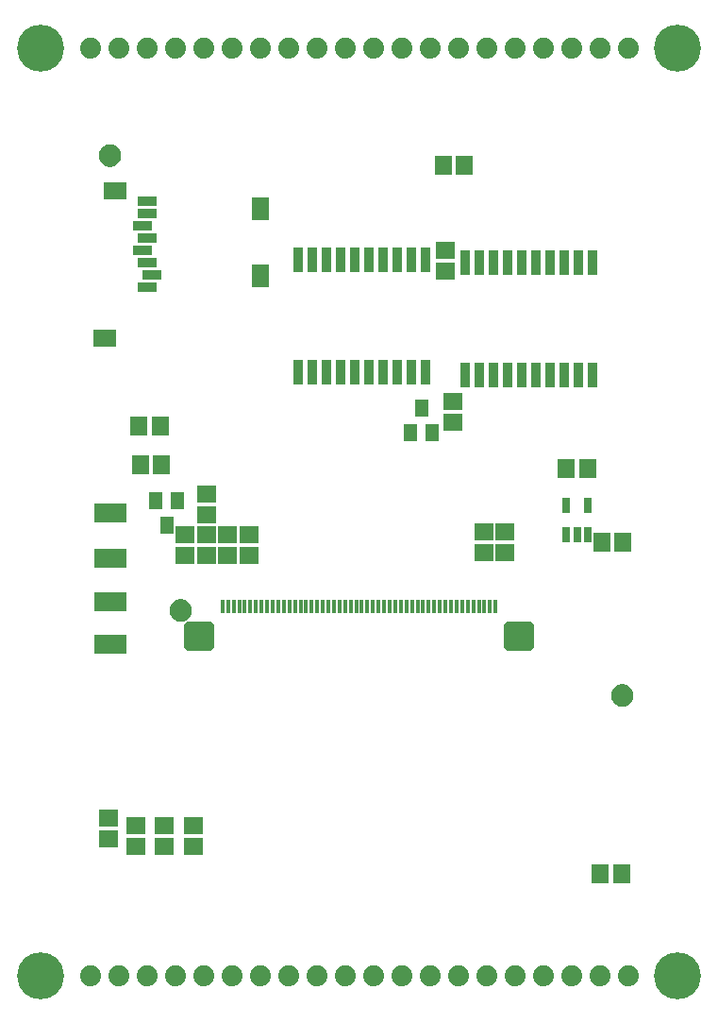
<source format=gbr>
G04 EAGLE Gerber RS-274X export*
G75*
%MOMM*%
%FSLAX34Y34*%
%LPD*%
%INSoldermask Top*%
%IPPOS*%
%AMOC8*
5,1,8,0,0,1.08239X$1,22.5*%
G01*
%ADD10R,1.703200X1.503200*%
%ADD11R,1.203200X1.603200*%
%ADD12R,1.503200X1.703200*%
%ADD13R,0.863600X2.235200*%
%ADD14R,0.753200X1.403200*%
%ADD15C,1.203200*%
%ADD16C,0.500000*%
%ADD17C,4.219200*%
%ADD18C,1.879600*%
%ADD19R,2.103200X1.603200*%
%ADD20R,1.603200X2.003200*%
%ADD21R,1.703200X0.903200*%
%ADD22R,2.921000X1.651000*%
%ADD23C,0.806991*%
%ADD24R,0.300000X1.300000*%


D10*
X-137160Y-10820D03*
X-137160Y-29820D03*
X-118110Y-10820D03*
X-118110Y-29820D03*
X-99060Y-10820D03*
X-99060Y-29820D03*
X111760Y-8280D03*
X111760Y-27280D03*
D11*
X-172720Y-2110D03*
X-182220Y19890D03*
X-163220Y19890D03*
D12*
X-196190Y52070D03*
X-177190Y52070D03*
D13*
X59690Y235712D03*
X46990Y235712D03*
X34290Y235712D03*
X21590Y235712D03*
X8890Y235712D03*
X-3810Y235712D03*
X-16510Y235712D03*
X-29210Y235712D03*
X-29210Y135128D03*
X-16510Y135128D03*
X-3810Y135128D03*
X8890Y135128D03*
X21590Y135128D03*
X34290Y135128D03*
X46990Y135128D03*
X59690Y135128D03*
X-41910Y235712D03*
X-54610Y235712D03*
X-41910Y135128D03*
X-54610Y135128D03*
X209550Y233172D03*
X196850Y233172D03*
X184150Y233172D03*
X171450Y233172D03*
X158750Y233172D03*
X146050Y233172D03*
X133350Y233172D03*
X120650Y233172D03*
X120650Y132588D03*
X133350Y132588D03*
X146050Y132588D03*
X158750Y132588D03*
X171450Y132588D03*
X184150Y132588D03*
X196850Y132588D03*
X209550Y132588D03*
X107950Y233172D03*
X95250Y233172D03*
X107950Y132588D03*
X95250Y132588D03*
D14*
X186080Y-10460D03*
X195580Y-10460D03*
X205080Y-10460D03*
X205080Y15540D03*
X186080Y15540D03*
D15*
X236220Y-154940D03*
D16*
X236220Y-147440D02*
X236039Y-147442D01*
X235858Y-147449D01*
X235677Y-147460D01*
X235496Y-147475D01*
X235316Y-147495D01*
X235136Y-147519D01*
X234957Y-147547D01*
X234779Y-147580D01*
X234602Y-147617D01*
X234425Y-147658D01*
X234250Y-147703D01*
X234075Y-147753D01*
X233902Y-147807D01*
X233731Y-147865D01*
X233560Y-147927D01*
X233392Y-147994D01*
X233225Y-148064D01*
X233059Y-148138D01*
X232896Y-148217D01*
X232735Y-148299D01*
X232575Y-148385D01*
X232418Y-148475D01*
X232263Y-148569D01*
X232110Y-148666D01*
X231960Y-148768D01*
X231812Y-148872D01*
X231666Y-148981D01*
X231524Y-149092D01*
X231384Y-149208D01*
X231247Y-149326D01*
X231112Y-149448D01*
X230981Y-149573D01*
X230853Y-149701D01*
X230728Y-149832D01*
X230606Y-149967D01*
X230488Y-150104D01*
X230372Y-150244D01*
X230261Y-150386D01*
X230152Y-150532D01*
X230048Y-150680D01*
X229946Y-150830D01*
X229849Y-150983D01*
X229755Y-151138D01*
X229665Y-151295D01*
X229579Y-151455D01*
X229497Y-151616D01*
X229418Y-151779D01*
X229344Y-151945D01*
X229274Y-152112D01*
X229207Y-152280D01*
X229145Y-152451D01*
X229087Y-152622D01*
X229033Y-152795D01*
X228983Y-152970D01*
X228938Y-153145D01*
X228897Y-153322D01*
X228860Y-153499D01*
X228827Y-153677D01*
X228799Y-153856D01*
X228775Y-154036D01*
X228755Y-154216D01*
X228740Y-154397D01*
X228729Y-154578D01*
X228722Y-154759D01*
X228720Y-154940D01*
X236220Y-147440D02*
X236401Y-147442D01*
X236582Y-147449D01*
X236763Y-147460D01*
X236944Y-147475D01*
X237124Y-147495D01*
X237304Y-147519D01*
X237483Y-147547D01*
X237661Y-147580D01*
X237838Y-147617D01*
X238015Y-147658D01*
X238190Y-147703D01*
X238365Y-147753D01*
X238538Y-147807D01*
X238709Y-147865D01*
X238880Y-147927D01*
X239048Y-147994D01*
X239215Y-148064D01*
X239381Y-148138D01*
X239544Y-148217D01*
X239705Y-148299D01*
X239865Y-148385D01*
X240022Y-148475D01*
X240177Y-148569D01*
X240330Y-148666D01*
X240480Y-148768D01*
X240628Y-148872D01*
X240774Y-148981D01*
X240916Y-149092D01*
X241056Y-149208D01*
X241193Y-149326D01*
X241328Y-149448D01*
X241459Y-149573D01*
X241587Y-149701D01*
X241712Y-149832D01*
X241834Y-149967D01*
X241952Y-150104D01*
X242068Y-150244D01*
X242179Y-150386D01*
X242288Y-150532D01*
X242392Y-150680D01*
X242494Y-150830D01*
X242591Y-150983D01*
X242685Y-151138D01*
X242775Y-151295D01*
X242861Y-151455D01*
X242943Y-151616D01*
X243022Y-151779D01*
X243096Y-151945D01*
X243166Y-152112D01*
X243233Y-152280D01*
X243295Y-152451D01*
X243353Y-152622D01*
X243407Y-152795D01*
X243457Y-152970D01*
X243502Y-153145D01*
X243543Y-153322D01*
X243580Y-153499D01*
X243613Y-153677D01*
X243641Y-153856D01*
X243665Y-154036D01*
X243685Y-154216D01*
X243700Y-154397D01*
X243711Y-154578D01*
X243718Y-154759D01*
X243720Y-154940D01*
X243718Y-155121D01*
X243711Y-155302D01*
X243700Y-155483D01*
X243685Y-155664D01*
X243665Y-155844D01*
X243641Y-156024D01*
X243613Y-156203D01*
X243580Y-156381D01*
X243543Y-156558D01*
X243502Y-156735D01*
X243457Y-156910D01*
X243407Y-157085D01*
X243353Y-157258D01*
X243295Y-157429D01*
X243233Y-157600D01*
X243166Y-157768D01*
X243096Y-157935D01*
X243022Y-158101D01*
X242943Y-158264D01*
X242861Y-158425D01*
X242775Y-158585D01*
X242685Y-158742D01*
X242591Y-158897D01*
X242494Y-159050D01*
X242392Y-159200D01*
X242288Y-159348D01*
X242179Y-159494D01*
X242068Y-159636D01*
X241952Y-159776D01*
X241834Y-159913D01*
X241712Y-160048D01*
X241587Y-160179D01*
X241459Y-160307D01*
X241328Y-160432D01*
X241193Y-160554D01*
X241056Y-160672D01*
X240916Y-160788D01*
X240774Y-160899D01*
X240628Y-161008D01*
X240480Y-161112D01*
X240330Y-161214D01*
X240177Y-161311D01*
X240022Y-161405D01*
X239865Y-161495D01*
X239705Y-161581D01*
X239544Y-161663D01*
X239381Y-161742D01*
X239215Y-161816D01*
X239048Y-161886D01*
X238880Y-161953D01*
X238709Y-162015D01*
X238538Y-162073D01*
X238365Y-162127D01*
X238190Y-162177D01*
X238015Y-162222D01*
X237838Y-162263D01*
X237661Y-162300D01*
X237483Y-162333D01*
X237304Y-162361D01*
X237124Y-162385D01*
X236944Y-162405D01*
X236763Y-162420D01*
X236582Y-162431D01*
X236401Y-162438D01*
X236220Y-162440D01*
X236039Y-162438D01*
X235858Y-162431D01*
X235677Y-162420D01*
X235496Y-162405D01*
X235316Y-162385D01*
X235136Y-162361D01*
X234957Y-162333D01*
X234779Y-162300D01*
X234602Y-162263D01*
X234425Y-162222D01*
X234250Y-162177D01*
X234075Y-162127D01*
X233902Y-162073D01*
X233731Y-162015D01*
X233560Y-161953D01*
X233392Y-161886D01*
X233225Y-161816D01*
X233059Y-161742D01*
X232896Y-161663D01*
X232735Y-161581D01*
X232575Y-161495D01*
X232418Y-161405D01*
X232263Y-161311D01*
X232110Y-161214D01*
X231960Y-161112D01*
X231812Y-161008D01*
X231666Y-160899D01*
X231524Y-160788D01*
X231384Y-160672D01*
X231247Y-160554D01*
X231112Y-160432D01*
X230981Y-160307D01*
X230853Y-160179D01*
X230728Y-160048D01*
X230606Y-159913D01*
X230488Y-159776D01*
X230372Y-159636D01*
X230261Y-159494D01*
X230152Y-159348D01*
X230048Y-159200D01*
X229946Y-159050D01*
X229849Y-158897D01*
X229755Y-158742D01*
X229665Y-158585D01*
X229579Y-158425D01*
X229497Y-158264D01*
X229418Y-158101D01*
X229344Y-157935D01*
X229274Y-157768D01*
X229207Y-157600D01*
X229145Y-157429D01*
X229087Y-157258D01*
X229033Y-157085D01*
X228983Y-156910D01*
X228938Y-156735D01*
X228897Y-156558D01*
X228860Y-156381D01*
X228827Y-156203D01*
X228799Y-156024D01*
X228775Y-155844D01*
X228755Y-155664D01*
X228740Y-155483D01*
X228729Y-155302D01*
X228722Y-155121D01*
X228720Y-154940D01*
D15*
X-223520Y328930D03*
D16*
X-223520Y336430D02*
X-223701Y336428D01*
X-223882Y336421D01*
X-224063Y336410D01*
X-224244Y336395D01*
X-224424Y336375D01*
X-224604Y336351D01*
X-224783Y336323D01*
X-224961Y336290D01*
X-225138Y336253D01*
X-225315Y336212D01*
X-225490Y336167D01*
X-225665Y336117D01*
X-225838Y336063D01*
X-226009Y336005D01*
X-226180Y335943D01*
X-226348Y335876D01*
X-226515Y335806D01*
X-226681Y335732D01*
X-226844Y335653D01*
X-227005Y335571D01*
X-227165Y335485D01*
X-227322Y335395D01*
X-227477Y335301D01*
X-227630Y335204D01*
X-227780Y335102D01*
X-227928Y334998D01*
X-228074Y334889D01*
X-228216Y334778D01*
X-228356Y334662D01*
X-228493Y334544D01*
X-228628Y334422D01*
X-228759Y334297D01*
X-228887Y334169D01*
X-229012Y334038D01*
X-229134Y333903D01*
X-229252Y333766D01*
X-229368Y333626D01*
X-229479Y333484D01*
X-229588Y333338D01*
X-229692Y333190D01*
X-229794Y333040D01*
X-229891Y332887D01*
X-229985Y332732D01*
X-230075Y332575D01*
X-230161Y332415D01*
X-230243Y332254D01*
X-230322Y332091D01*
X-230396Y331925D01*
X-230466Y331758D01*
X-230533Y331590D01*
X-230595Y331419D01*
X-230653Y331248D01*
X-230707Y331075D01*
X-230757Y330900D01*
X-230802Y330725D01*
X-230843Y330548D01*
X-230880Y330371D01*
X-230913Y330193D01*
X-230941Y330014D01*
X-230965Y329834D01*
X-230985Y329654D01*
X-231000Y329473D01*
X-231011Y329292D01*
X-231018Y329111D01*
X-231020Y328930D01*
X-223520Y336430D02*
X-223339Y336428D01*
X-223158Y336421D01*
X-222977Y336410D01*
X-222796Y336395D01*
X-222616Y336375D01*
X-222436Y336351D01*
X-222257Y336323D01*
X-222079Y336290D01*
X-221902Y336253D01*
X-221725Y336212D01*
X-221550Y336167D01*
X-221375Y336117D01*
X-221202Y336063D01*
X-221031Y336005D01*
X-220860Y335943D01*
X-220692Y335876D01*
X-220525Y335806D01*
X-220359Y335732D01*
X-220196Y335653D01*
X-220035Y335571D01*
X-219875Y335485D01*
X-219718Y335395D01*
X-219563Y335301D01*
X-219410Y335204D01*
X-219260Y335102D01*
X-219112Y334998D01*
X-218966Y334889D01*
X-218824Y334778D01*
X-218684Y334662D01*
X-218547Y334544D01*
X-218412Y334422D01*
X-218281Y334297D01*
X-218153Y334169D01*
X-218028Y334038D01*
X-217906Y333903D01*
X-217788Y333766D01*
X-217672Y333626D01*
X-217561Y333484D01*
X-217452Y333338D01*
X-217348Y333190D01*
X-217246Y333040D01*
X-217149Y332887D01*
X-217055Y332732D01*
X-216965Y332575D01*
X-216879Y332415D01*
X-216797Y332254D01*
X-216718Y332091D01*
X-216644Y331925D01*
X-216574Y331758D01*
X-216507Y331590D01*
X-216445Y331419D01*
X-216387Y331248D01*
X-216333Y331075D01*
X-216283Y330900D01*
X-216238Y330725D01*
X-216197Y330548D01*
X-216160Y330371D01*
X-216127Y330193D01*
X-216099Y330014D01*
X-216075Y329834D01*
X-216055Y329654D01*
X-216040Y329473D01*
X-216029Y329292D01*
X-216022Y329111D01*
X-216020Y328930D01*
X-216022Y328749D01*
X-216029Y328568D01*
X-216040Y328387D01*
X-216055Y328206D01*
X-216075Y328026D01*
X-216099Y327846D01*
X-216127Y327667D01*
X-216160Y327489D01*
X-216197Y327312D01*
X-216238Y327135D01*
X-216283Y326960D01*
X-216333Y326785D01*
X-216387Y326612D01*
X-216445Y326441D01*
X-216507Y326270D01*
X-216574Y326102D01*
X-216644Y325935D01*
X-216718Y325769D01*
X-216797Y325606D01*
X-216879Y325445D01*
X-216965Y325285D01*
X-217055Y325128D01*
X-217149Y324973D01*
X-217246Y324820D01*
X-217348Y324670D01*
X-217452Y324522D01*
X-217561Y324376D01*
X-217672Y324234D01*
X-217788Y324094D01*
X-217906Y323957D01*
X-218028Y323822D01*
X-218153Y323691D01*
X-218281Y323563D01*
X-218412Y323438D01*
X-218547Y323316D01*
X-218684Y323198D01*
X-218824Y323082D01*
X-218966Y322971D01*
X-219112Y322862D01*
X-219260Y322758D01*
X-219410Y322656D01*
X-219563Y322559D01*
X-219718Y322465D01*
X-219875Y322375D01*
X-220035Y322289D01*
X-220196Y322207D01*
X-220359Y322128D01*
X-220525Y322054D01*
X-220692Y321984D01*
X-220860Y321917D01*
X-221031Y321855D01*
X-221202Y321797D01*
X-221375Y321743D01*
X-221550Y321693D01*
X-221725Y321648D01*
X-221902Y321607D01*
X-222079Y321570D01*
X-222257Y321537D01*
X-222436Y321509D01*
X-222616Y321485D01*
X-222796Y321465D01*
X-222977Y321450D01*
X-223158Y321439D01*
X-223339Y321432D01*
X-223520Y321430D01*
X-223701Y321432D01*
X-223882Y321439D01*
X-224063Y321450D01*
X-224244Y321465D01*
X-224424Y321485D01*
X-224604Y321509D01*
X-224783Y321537D01*
X-224961Y321570D01*
X-225138Y321607D01*
X-225315Y321648D01*
X-225490Y321693D01*
X-225665Y321743D01*
X-225838Y321797D01*
X-226009Y321855D01*
X-226180Y321917D01*
X-226348Y321984D01*
X-226515Y322054D01*
X-226681Y322128D01*
X-226844Y322207D01*
X-227005Y322289D01*
X-227165Y322375D01*
X-227322Y322465D01*
X-227477Y322559D01*
X-227630Y322656D01*
X-227780Y322758D01*
X-227928Y322862D01*
X-228074Y322971D01*
X-228216Y323082D01*
X-228356Y323198D01*
X-228493Y323316D01*
X-228628Y323438D01*
X-228759Y323563D01*
X-228887Y323691D01*
X-229012Y323822D01*
X-229134Y323957D01*
X-229252Y324094D01*
X-229368Y324234D01*
X-229479Y324376D01*
X-229588Y324522D01*
X-229692Y324670D01*
X-229794Y324820D01*
X-229891Y324973D01*
X-229985Y325128D01*
X-230075Y325285D01*
X-230161Y325445D01*
X-230243Y325606D01*
X-230322Y325769D01*
X-230396Y325935D01*
X-230466Y326102D01*
X-230533Y326270D01*
X-230595Y326441D01*
X-230653Y326612D01*
X-230707Y326785D01*
X-230757Y326960D01*
X-230802Y327135D01*
X-230843Y327312D01*
X-230880Y327489D01*
X-230913Y327667D01*
X-230941Y327846D01*
X-230965Y328026D01*
X-230985Y328206D01*
X-231000Y328387D01*
X-231011Y328568D01*
X-231018Y328749D01*
X-231020Y328930D01*
D12*
X186080Y48260D03*
X205080Y48260D03*
D10*
X-137160Y7010D03*
X-137160Y26010D03*
D12*
X-178460Y86360D03*
X-197460Y86360D03*
X217830Y-17780D03*
X236830Y-17780D03*
D17*
X-285750Y-406400D03*
X285750Y-406400D03*
X-285750Y425450D03*
X285750Y425450D03*
D18*
X241300Y-406400D03*
X215900Y-406400D03*
X190500Y-406400D03*
X165100Y-406400D03*
X139700Y-406400D03*
X114300Y-406400D03*
X88900Y-406400D03*
X63500Y-406400D03*
X38100Y-406400D03*
X12700Y-406400D03*
X-12700Y-406400D03*
X-38100Y-406400D03*
X-63500Y-406400D03*
X-88900Y-406400D03*
X-114300Y-406400D03*
X-139700Y-406400D03*
X-165100Y-406400D03*
X-190500Y-406400D03*
X-215900Y-406400D03*
X-241300Y-406400D03*
D19*
X-219220Y296990D03*
X-228220Y164990D03*
D20*
X-88220Y280990D03*
X-88220Y220990D03*
D21*
X-190220Y287990D03*
X-190220Y276990D03*
X-194220Y265990D03*
X-190220Y254990D03*
X-194220Y243990D03*
X-190220Y232990D03*
X-186220Y221990D03*
X-190220Y210990D03*
D18*
X241300Y425450D03*
X215900Y425450D03*
X190500Y425450D03*
X165100Y425450D03*
X139700Y425450D03*
X114300Y425450D03*
X88900Y425450D03*
X63500Y425450D03*
X38100Y425450D03*
X12700Y425450D03*
X-12700Y425450D03*
X-38100Y425450D03*
X-63500Y425450D03*
X-88900Y425450D03*
X-114300Y425450D03*
X-139700Y425450D03*
X-165100Y425450D03*
X-190500Y425450D03*
X-215900Y425450D03*
X-241300Y425450D03*
D12*
X216560Y-314960D03*
X235560Y-314960D03*
D11*
X55880Y102440D03*
X65380Y80440D03*
X46380Y80440D03*
D10*
X83820Y89560D03*
X83820Y108560D03*
D12*
X75590Y320040D03*
X94590Y320040D03*
D22*
X-223520Y-109220D03*
X-223520Y-71120D03*
X-223520Y-31750D03*
X-223520Y8890D03*
D10*
X-224790Y-283820D03*
X-224790Y-264820D03*
X-200660Y-290170D03*
X-200660Y-271170D03*
X-148590Y-271170D03*
X-148590Y-290170D03*
X-175260Y-271170D03*
X-175260Y-290170D03*
X77470Y244450D03*
X77470Y225450D03*
D15*
X-160020Y-78740D03*
D16*
X-160020Y-71240D02*
X-160201Y-71242D01*
X-160382Y-71249D01*
X-160563Y-71260D01*
X-160744Y-71275D01*
X-160924Y-71295D01*
X-161104Y-71319D01*
X-161283Y-71347D01*
X-161461Y-71380D01*
X-161638Y-71417D01*
X-161815Y-71458D01*
X-161990Y-71503D01*
X-162165Y-71553D01*
X-162338Y-71607D01*
X-162509Y-71665D01*
X-162680Y-71727D01*
X-162848Y-71794D01*
X-163015Y-71864D01*
X-163181Y-71938D01*
X-163344Y-72017D01*
X-163505Y-72099D01*
X-163665Y-72185D01*
X-163822Y-72275D01*
X-163977Y-72369D01*
X-164130Y-72466D01*
X-164280Y-72568D01*
X-164428Y-72672D01*
X-164574Y-72781D01*
X-164716Y-72892D01*
X-164856Y-73008D01*
X-164993Y-73126D01*
X-165128Y-73248D01*
X-165259Y-73373D01*
X-165387Y-73501D01*
X-165512Y-73632D01*
X-165634Y-73767D01*
X-165752Y-73904D01*
X-165868Y-74044D01*
X-165979Y-74186D01*
X-166088Y-74332D01*
X-166192Y-74480D01*
X-166294Y-74630D01*
X-166391Y-74783D01*
X-166485Y-74938D01*
X-166575Y-75095D01*
X-166661Y-75255D01*
X-166743Y-75416D01*
X-166822Y-75579D01*
X-166896Y-75745D01*
X-166966Y-75912D01*
X-167033Y-76080D01*
X-167095Y-76251D01*
X-167153Y-76422D01*
X-167207Y-76595D01*
X-167257Y-76770D01*
X-167302Y-76945D01*
X-167343Y-77122D01*
X-167380Y-77299D01*
X-167413Y-77477D01*
X-167441Y-77656D01*
X-167465Y-77836D01*
X-167485Y-78016D01*
X-167500Y-78197D01*
X-167511Y-78378D01*
X-167518Y-78559D01*
X-167520Y-78740D01*
X-160020Y-71240D02*
X-159839Y-71242D01*
X-159658Y-71249D01*
X-159477Y-71260D01*
X-159296Y-71275D01*
X-159116Y-71295D01*
X-158936Y-71319D01*
X-158757Y-71347D01*
X-158579Y-71380D01*
X-158402Y-71417D01*
X-158225Y-71458D01*
X-158050Y-71503D01*
X-157875Y-71553D01*
X-157702Y-71607D01*
X-157531Y-71665D01*
X-157360Y-71727D01*
X-157192Y-71794D01*
X-157025Y-71864D01*
X-156859Y-71938D01*
X-156696Y-72017D01*
X-156535Y-72099D01*
X-156375Y-72185D01*
X-156218Y-72275D01*
X-156063Y-72369D01*
X-155910Y-72466D01*
X-155760Y-72568D01*
X-155612Y-72672D01*
X-155466Y-72781D01*
X-155324Y-72892D01*
X-155184Y-73008D01*
X-155047Y-73126D01*
X-154912Y-73248D01*
X-154781Y-73373D01*
X-154653Y-73501D01*
X-154528Y-73632D01*
X-154406Y-73767D01*
X-154288Y-73904D01*
X-154172Y-74044D01*
X-154061Y-74186D01*
X-153952Y-74332D01*
X-153848Y-74480D01*
X-153746Y-74630D01*
X-153649Y-74783D01*
X-153555Y-74938D01*
X-153465Y-75095D01*
X-153379Y-75255D01*
X-153297Y-75416D01*
X-153218Y-75579D01*
X-153144Y-75745D01*
X-153074Y-75912D01*
X-153007Y-76080D01*
X-152945Y-76251D01*
X-152887Y-76422D01*
X-152833Y-76595D01*
X-152783Y-76770D01*
X-152738Y-76945D01*
X-152697Y-77122D01*
X-152660Y-77299D01*
X-152627Y-77477D01*
X-152599Y-77656D01*
X-152575Y-77836D01*
X-152555Y-78016D01*
X-152540Y-78197D01*
X-152529Y-78378D01*
X-152522Y-78559D01*
X-152520Y-78740D01*
X-152522Y-78921D01*
X-152529Y-79102D01*
X-152540Y-79283D01*
X-152555Y-79464D01*
X-152575Y-79644D01*
X-152599Y-79824D01*
X-152627Y-80003D01*
X-152660Y-80181D01*
X-152697Y-80358D01*
X-152738Y-80535D01*
X-152783Y-80710D01*
X-152833Y-80885D01*
X-152887Y-81058D01*
X-152945Y-81229D01*
X-153007Y-81400D01*
X-153074Y-81568D01*
X-153144Y-81735D01*
X-153218Y-81901D01*
X-153297Y-82064D01*
X-153379Y-82225D01*
X-153465Y-82385D01*
X-153555Y-82542D01*
X-153649Y-82697D01*
X-153746Y-82850D01*
X-153848Y-83000D01*
X-153952Y-83148D01*
X-154061Y-83294D01*
X-154172Y-83436D01*
X-154288Y-83576D01*
X-154406Y-83713D01*
X-154528Y-83848D01*
X-154653Y-83979D01*
X-154781Y-84107D01*
X-154912Y-84232D01*
X-155047Y-84354D01*
X-155184Y-84472D01*
X-155324Y-84588D01*
X-155466Y-84699D01*
X-155612Y-84808D01*
X-155760Y-84912D01*
X-155910Y-85014D01*
X-156063Y-85111D01*
X-156218Y-85205D01*
X-156375Y-85295D01*
X-156535Y-85381D01*
X-156696Y-85463D01*
X-156859Y-85542D01*
X-157025Y-85616D01*
X-157192Y-85686D01*
X-157360Y-85753D01*
X-157531Y-85815D01*
X-157702Y-85873D01*
X-157875Y-85927D01*
X-158050Y-85977D01*
X-158225Y-86022D01*
X-158402Y-86063D01*
X-158579Y-86100D01*
X-158757Y-86133D01*
X-158936Y-86161D01*
X-159116Y-86185D01*
X-159296Y-86205D01*
X-159477Y-86220D01*
X-159658Y-86231D01*
X-159839Y-86238D01*
X-160020Y-86240D01*
X-160201Y-86238D01*
X-160382Y-86231D01*
X-160563Y-86220D01*
X-160744Y-86205D01*
X-160924Y-86185D01*
X-161104Y-86161D01*
X-161283Y-86133D01*
X-161461Y-86100D01*
X-161638Y-86063D01*
X-161815Y-86022D01*
X-161990Y-85977D01*
X-162165Y-85927D01*
X-162338Y-85873D01*
X-162509Y-85815D01*
X-162680Y-85753D01*
X-162848Y-85686D01*
X-163015Y-85616D01*
X-163181Y-85542D01*
X-163344Y-85463D01*
X-163505Y-85381D01*
X-163665Y-85295D01*
X-163822Y-85205D01*
X-163977Y-85111D01*
X-164130Y-85014D01*
X-164280Y-84912D01*
X-164428Y-84808D01*
X-164574Y-84699D01*
X-164716Y-84588D01*
X-164856Y-84472D01*
X-164993Y-84354D01*
X-165128Y-84232D01*
X-165259Y-84107D01*
X-165387Y-83979D01*
X-165512Y-83848D01*
X-165634Y-83713D01*
X-165752Y-83576D01*
X-165868Y-83436D01*
X-165979Y-83294D01*
X-166088Y-83148D01*
X-166192Y-83000D01*
X-166294Y-82850D01*
X-166391Y-82697D01*
X-166485Y-82542D01*
X-166575Y-82385D01*
X-166661Y-82225D01*
X-166743Y-82064D01*
X-166822Y-81901D01*
X-166896Y-81735D01*
X-166966Y-81568D01*
X-167033Y-81400D01*
X-167095Y-81229D01*
X-167153Y-81058D01*
X-167207Y-80885D01*
X-167257Y-80710D01*
X-167302Y-80535D01*
X-167343Y-80358D01*
X-167380Y-80181D01*
X-167413Y-80003D01*
X-167441Y-79824D01*
X-167465Y-79644D01*
X-167485Y-79464D01*
X-167500Y-79283D01*
X-167511Y-79102D01*
X-167518Y-78921D01*
X-167520Y-78740D01*
D23*
X-152481Y-110831D02*
X-134519Y-110831D01*
X-152481Y-110831D02*
X-152481Y-92869D01*
X-134519Y-92869D01*
X-134519Y-110831D01*
X-134519Y-103165D02*
X-152481Y-103165D01*
X-152481Y-95499D02*
X-134519Y-95499D01*
X134519Y-110831D02*
X152481Y-110831D01*
X134519Y-110831D02*
X134519Y-92869D01*
X152481Y-92869D01*
X152481Y-110831D01*
X152481Y-103165D02*
X134519Y-103165D01*
X134519Y-95499D02*
X152481Y-95499D01*
D24*
X122500Y-74950D03*
X117500Y-74950D03*
X112500Y-74950D03*
X102500Y-74950D03*
X107500Y-74950D03*
X97500Y-74950D03*
X92500Y-74950D03*
X87500Y-74950D03*
X82500Y-74950D03*
X72500Y-74950D03*
X77500Y-74950D03*
X67500Y-74950D03*
X62500Y-74950D03*
X57500Y-74950D03*
X52500Y-74950D03*
X42500Y-74950D03*
X47500Y-74950D03*
X37500Y-74950D03*
X32500Y-74950D03*
X27500Y-74950D03*
X22500Y-74950D03*
X12500Y-74950D03*
X17500Y-74950D03*
X7500Y-74950D03*
X2500Y-74950D03*
X-2500Y-74950D03*
X-7500Y-74950D03*
X-17500Y-74950D03*
X-12500Y-74950D03*
X-22500Y-74950D03*
X-27500Y-74950D03*
X-32500Y-74950D03*
X-37500Y-74950D03*
X-47500Y-74950D03*
X-42500Y-74950D03*
X-52500Y-74950D03*
X-57500Y-74950D03*
X-62500Y-74950D03*
X-67500Y-74950D03*
X-77500Y-74950D03*
X-72500Y-74950D03*
X-82500Y-74950D03*
X-87500Y-74950D03*
X-92500Y-74950D03*
X-97500Y-74950D03*
X-107500Y-74950D03*
X-102500Y-74950D03*
X-112500Y-74950D03*
X-117500Y-74950D03*
X-122500Y-74950D03*
D10*
X-156210Y-10820D03*
X-156210Y-29820D03*
X130810Y-8280D03*
X130810Y-27280D03*
M02*

</source>
